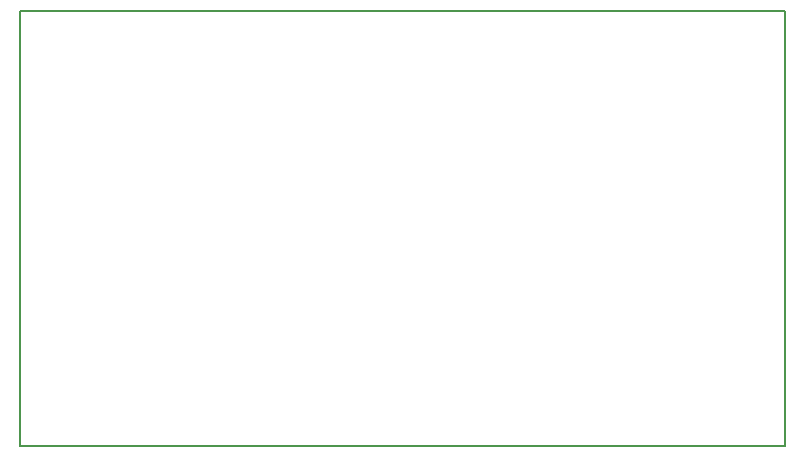
<source format=gbr>
%TF.GenerationSoftware,KiCad,Pcbnew,5.1.7*%
%TF.CreationDate,2020-11-23T14:09:17+01:00*%
%TF.ProjectId,mce-adapter,6d63652d-6164-4617-9074-65722e6b6963,0.7*%
%TF.SameCoordinates,Original*%
%TF.FileFunction,Profile,NP*%
%FSLAX46Y46*%
G04 Gerber Fmt 4.6, Leading zero omitted, Abs format (unit mm)*
G04 Created by KiCad (PCBNEW 5.1.7) date 2020-11-23 14:09:17*
%MOMM*%
%LPD*%
G01*
G04 APERTURE LIST*
%TA.AperFunction,Profile*%
%ADD10C,0.150000*%
%TD*%
G04 APERTURE END LIST*
D10*
X110490000Y-120650000D02*
X110490000Y-83820000D01*
X175260000Y-120650000D02*
X110490000Y-120650000D01*
X175260000Y-83820000D02*
X175260000Y-120650000D01*
X110490000Y-83820000D02*
X175260000Y-83820000D01*
M02*

</source>
